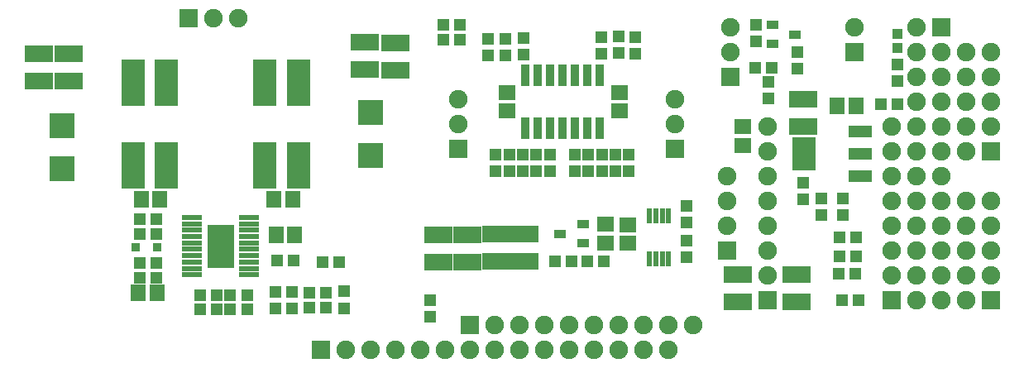
<source format=gbr>
G04 DipTrace 2.4.0.2*
%INTopMask.gbr*%
%MOIN*%
%ADD46R,0.0317X0.0868*%
%ADD48R,0.0238X0.0631*%
%ADD50R,0.0927X0.136*%
%ADD52R,0.0927X0.0454*%
%ADD54R,0.1065X0.1734*%
%ADD56R,0.0789X0.0238*%
%ADD58R,0.0927X0.1852*%
%ADD60R,0.0494X0.0336*%
%ADD62C,0.075*%
%ADD64R,0.075X0.075*%
%ADD66R,0.0395X0.0395*%
%ADD68R,0.0317X0.0317*%
%ADD70R,0.1025X0.1025*%
%ADD72R,0.0474X0.0513*%
%ADD74R,0.0671X0.0592*%
%ADD76R,0.0592X0.0671*%
%ADD78R,0.1143X0.071*%
%ADD80R,0.0513X0.0474*%
%FSLAX44Y44*%
G04*
G70*
G90*
G75*
G01*
%LNTopMask*%
%LPD*%
D80*
X13303Y6579D3*
X13972D3*
D78*
X21690Y8491D3*
Y9594D3*
X22861Y8491D3*
Y9594D3*
X24019Y8497D3*
Y9600D3*
X25170Y8497D3*
Y9600D3*
D80*
X15132Y6621D3*
X15802D3*
D76*
X10348Y7250D3*
X9600D3*
D80*
X15114Y7263D3*
X15783D3*
D76*
X15147Y9566D3*
X15895D3*
D74*
X29330Y9235D3*
Y9983D3*
X28432Y9251D3*
Y9999D3*
D78*
X18725Y16240D3*
Y17342D3*
X19943Y16222D3*
Y17324D3*
D76*
X9704Y10999D3*
X10452D3*
X15058Y11007D3*
X15806D3*
D72*
X24538Y12129D3*
Y12798D3*
X24380Y16817D3*
Y17486D3*
D78*
X6794Y16873D3*
Y15771D3*
X5575Y16877D3*
Y15775D3*
D72*
X28809Y12129D3*
Y12798D3*
X28943Y16897D3*
Y17567D3*
D76*
X38507Y14767D3*
X37759D3*
D78*
X36378Y13942D3*
Y15044D3*
D72*
X37128Y11042D3*
Y10373D3*
D74*
X24447Y14566D3*
Y15314D3*
X28993Y14566D3*
Y15314D3*
D78*
X33753Y6878D3*
Y7980D3*
X36128Y6878D3*
Y7980D3*
D74*
X33940Y13190D3*
Y13938D3*
D70*
X6527Y13972D3*
Y12239D3*
X18953Y14507D3*
Y12775D3*
D68*
X10355Y9090D3*
X9488D3*
D66*
X40180Y17690D3*
Y17100D3*
D64*
X41940Y17940D3*
D62*
X40940D3*
X41940Y16940D3*
X40940D3*
X41940Y15940D3*
X40940D3*
X41940Y14940D3*
X40940D3*
X41940Y13940D3*
X40940D3*
X41940Y12940D3*
X40940D3*
X41940Y11940D3*
X40940D3*
X41940Y10940D3*
X40940D3*
X41940Y9940D3*
X40940D3*
X41940Y8940D3*
X40940D3*
X41940Y7940D3*
X40940D3*
X41940Y6940D3*
X40940D3*
D64*
X22940Y5940D3*
D62*
X23940D3*
X24940D3*
X25940D3*
X26940D3*
X27940D3*
X28940D3*
X29940D3*
X30940D3*
X31940D3*
D64*
X43940Y6940D3*
D62*
X42940D3*
X43940Y7940D3*
X42940D3*
X43940Y8940D3*
X42940D3*
X43940Y9940D3*
X42940D3*
X43940Y10940D3*
X42940D3*
D64*
X43940Y12940D3*
D62*
X42940D3*
X43940Y13940D3*
X42940D3*
X43940Y14940D3*
X42940D3*
X43940Y15940D3*
X42940D3*
X43940Y16940D3*
X42940D3*
D64*
X11621Y18314D3*
D62*
X12621D3*
X13621D3*
D64*
X22489Y13040D3*
D62*
Y14040D3*
Y15040D3*
D64*
X31224Y13036D3*
D62*
Y14036D3*
Y15036D3*
D64*
X38440Y16940D3*
D62*
Y17940D3*
D64*
X33440Y15940D3*
D62*
Y16940D3*
Y17940D3*
D64*
X33318Y8941D3*
D62*
Y9941D3*
Y10941D3*
Y11941D3*
D64*
X39940Y6940D3*
D62*
Y7940D3*
Y8940D3*
Y9940D3*
Y10940D3*
Y11940D3*
Y12940D3*
Y13940D3*
D64*
X34940Y6940D3*
D62*
Y7940D3*
Y8940D3*
Y9940D3*
Y10940D3*
Y11940D3*
Y12940D3*
Y13940D3*
D64*
X16940Y4940D3*
D62*
X17940D3*
X18940D3*
X19940D3*
X20940D3*
X21940D3*
X22940D3*
X23940D3*
X24940D3*
X25940D3*
X26940D3*
X27940D3*
X28940D3*
X29940D3*
X30940D3*
D60*
X35141Y18035D3*
Y17287D3*
X36046Y17661D3*
D80*
X12749Y7143D3*
X12080D3*
X12745Y6580D3*
X12076D3*
X13973Y7149D3*
X13303D3*
D72*
X17896Y7297D3*
Y6627D3*
D80*
X17152Y7246D3*
X16482D3*
X17150Y6630D3*
X16480D3*
X9639Y7849D3*
X10308D3*
X15190Y8537D3*
X15859D3*
X9651Y8434D3*
X10320D3*
X17697Y8490D3*
X17028D3*
X9645Y9614D3*
X10314D3*
X9659Y10201D3*
X10328D3*
X27690Y8503D3*
X28359D3*
X27065D3*
X26396D3*
D72*
X31693Y10066D3*
Y10735D3*
Y8691D3*
Y9360D3*
X25101Y12129D3*
Y12798D3*
X26200Y12129D3*
Y12798D3*
X23976Y12804D3*
Y12135D3*
X25130Y17504D3*
Y16835D3*
X25636Y12129D3*
Y12798D3*
X23692Y16817D3*
Y17486D3*
X28278Y12129D3*
Y12798D3*
X27192Y12129D3*
Y12798D3*
X29348Y12808D3*
Y12139D3*
X28255Y17548D3*
Y16879D3*
X27736Y12129D3*
Y12798D3*
X29630Y16879D3*
Y17548D3*
X34999Y15064D3*
Y15733D3*
D80*
X34462Y16312D3*
X35131D3*
X39531Y14846D3*
X40200D3*
D72*
X38003Y10391D3*
Y11060D3*
X36378Y10998D3*
Y11667D3*
X34481Y18035D3*
Y17365D3*
D80*
X22562Y17444D3*
X21893D3*
Y18035D3*
X22562D3*
X37940Y6940D3*
X38609D3*
X38503Y8003D3*
X37833D3*
D72*
X21342Y6273D3*
Y6942D3*
D80*
X38507Y8714D3*
X37838D3*
X38507Y9472D3*
X37838D3*
D72*
X36165Y16273D3*
Y16942D3*
X40190Y15781D3*
Y16450D3*
D58*
X9385Y12381D3*
X10735D3*
Y15728D3*
X9385D3*
X14692Y12381D3*
X16043D3*
Y15728D3*
X14692D3*
D56*
X14046Y7972D3*
Y8227D3*
Y8483D3*
Y8739D3*
Y8995D3*
Y9251D3*
Y9507D3*
Y9763D3*
Y10019D3*
Y10275D3*
X11762D3*
Y10019D3*
Y9763D3*
Y9507D3*
Y9251D3*
Y8995D3*
Y8739D3*
Y8483D3*
Y8227D3*
Y7972D3*
D54*
X12904Y9123D3*
D52*
X38690Y11935D3*
Y12841D3*
Y13746D3*
D50*
X36407Y12841D3*
D48*
X30193Y8628D3*
X30449D3*
X30705D3*
X30961D3*
Y10360D3*
X30705D3*
X30449D3*
X30193D3*
D60*
X27505Y9253D3*
Y10001D3*
X26600Y9627D3*
D46*
X25192Y13879D3*
X25692D3*
X26192D3*
X26692D3*
X27192D3*
X27692D3*
X28192D3*
Y16005D3*
X27692D3*
X27192D3*
X26692D3*
X26192D3*
X25692D3*
X25192D3*
M02*

</source>
